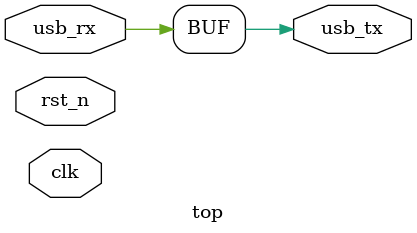
<source format=v>

module top(
   input        clk,
   input        rst_n,
   input        usb_rx,
   output       usb_tx
);

    assign usb_tx = usb_rx;

endmodule
</source>
